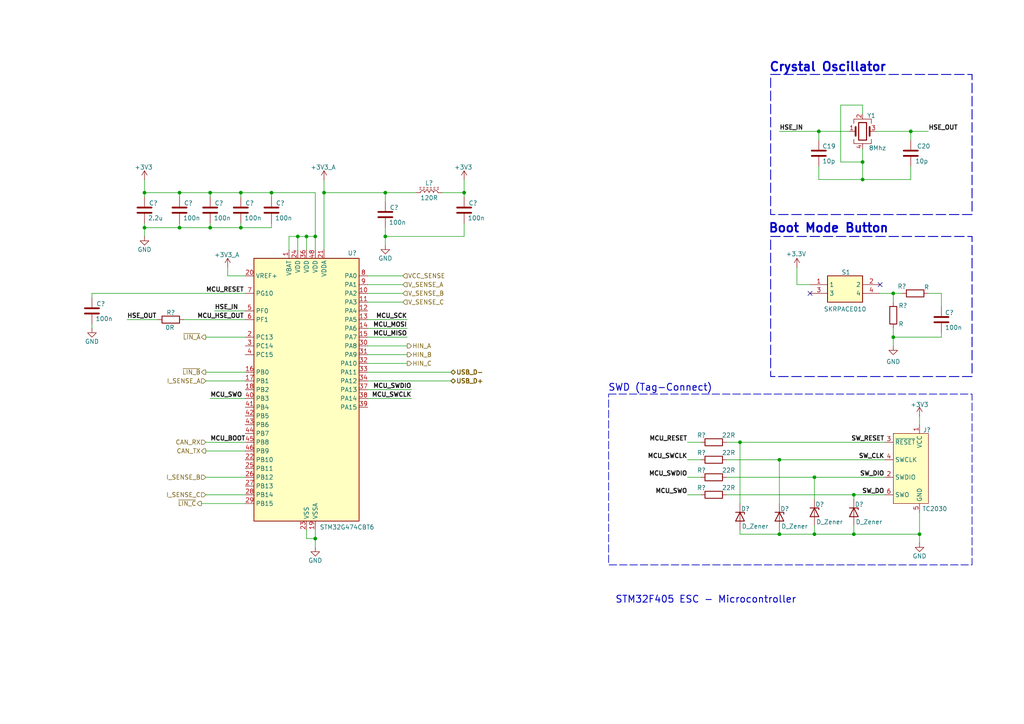
<source format=kicad_sch>
(kicad_sch (version 20250114) (generator "eeschema") (generator_version "9.0")
  (paper "A4")
  (title_block (title "STM32F405 ESC") (rev "0.0.1") (company "mangoByte"))
  (lib_symbols
    (symbol "Connector:Conn_ARM_SWD_TagConnect_TC2030-NL" (in_bom no)
      (property "Reference" "J?" (at -3.556 8.636 0))
      (property "Value" "TC2030-NL" (at -5.334 -10.922 0))
      (symbol "Conn_ARM_SWD_TagConnect_TC2030-NL_0_0"
        (pin power_in line (at -2.54 10.16 270) (length 2.54) (name "VCC") (number "1"))
        (pin power_in line (at -2.54 -15.24 90) (length 2.54) (name "GND") (number "5"))
        (pin open_collector line (at 7.62 5.08 180) (length 2.54) (name "~{RESET}") (number "3"))
        (pin output line (at 7.62 0 180) (length 2.54) (name "SWCLK") (number "4"))
        (pin bidirectional line (at 7.62 -5.08 180) (length 2.54) (name "SWDIO") (number "2"))
        (pin input line (at 7.62 -10.16 180) (length 2.54) (name "SWO") (number "6"))
      )
      (symbol "Conn_ARM_SWD_TagConnect_TC2030-NL_0_1"
        (rectangle (start -5.08 7.62) (end 5.08 -12.7) (fill (type background)))
      )
    )
    (symbol "Device:C" (pin_numbers (hide yes)) (pin_names (offset 0.254))
      (property "Reference" "C" (at 0.635 2.54 0))
      (property "Value" "C" (at 0.635 -2.54 0))
      (symbol "C_0_1"
        (polyline (pts (xy -2.032 0.762) (xy 2.032 0.762)) (stroke (width 0.508)))
        (polyline (pts (xy -2.032 -0.762) (xy 2.032 -0.762)) (stroke (width 0.508)))
      )
      (symbol "C_1_1"
        (pin passive line (at 0 3.81 270) (length 2.794) (name "~") (number "1"))
        (pin passive line (at 0 -3.81 90) (length 2.794) (name "~") (number "2"))
      )
    )
    (symbol "Device:Crystal_GND24" (pin_names (offset 1.016) (hide yes))
      (property "Reference" "Y" (at 3.175 5.08 0))
      (property "Value" "Crystal_GND24" (at 3.175 3.175 0))
      (symbol "Crystal_GND24_0_1"
        (polyline (pts (xy -2.54 2.286) (xy -2.54 3.556) (xy 2.54 3.556) (xy 2.54 2.286)))
        (polyline (pts (xy -2.54 0) (xy -2.032 0)))
        (polyline (pts (xy -2.54 -2.286) (xy -2.54 -3.556) (xy 2.54 -3.556) (xy 2.54 -2.286)))
        (polyline (pts (xy -2.032 -1.27) (xy -2.032 1.27)) (stroke (width 0.508)))
        (rectangle (start -1.143 2.54) (end 1.143 -2.54) (stroke (width 0.3048)))
        (polyline (pts (xy 0 3.556) (xy 0 3.81)))
        (polyline (pts (xy 0 -3.81) (xy 0 -3.556)))
        (polyline (pts (xy 2.032 0) (xy 2.54 0)))
        (polyline (pts (xy 2.032 -1.27) (xy 2.032 1.27)) (stroke (width 0.508)))
      )
      (symbol "Crystal_GND24_1_1"
        (pin passive line (at -3.81 0 0) (length 1.27) (name "1") (number "1"))
        (pin passive line (at 0 5.08 270) (length 1.27) (name "2") (number "2"))
        (pin passive line (at 0 -5.08 90) (length 1.27) (name "4") (number "4"))
        (pin passive line (at 3.81 0 180) (length 1.27) (name "3") (number "3"))
      )
    )
    (symbol "Device:D_Zener" (pin_numbers (hide yes)) (pin_names (offset 1.016) (hide yes))
      (property "Reference" "D" (at 0 2.54 0))
      (property "Value" "D_Zener" (at 0 -2.54 0))
      (symbol "D_Zener_0_1"
        (polyline (pts (xy -1.27 -1.27) (xy -1.27 1.27) (xy -0.762 1.27)) (stroke (width 0.254)))
        (polyline (pts (xy 1.27 0) (xy -1.27 0)))
        (polyline (pts (xy 1.27 -1.27) (xy 1.27 1.27) (xy -1.27 0) (xy 1.27 -1.27)) (stroke (width 0.254)))
      )
      (symbol "D_Zener_1_1"
        (pin passive line (at -3.81 0 0) (length 2.54) (name "K") (number "1"))
        (pin passive line (at 3.81 0 180) (length 2.54) (name "A") (number "2"))
      )
    )
    (symbol "Device:L_Ferrite" (pin_numbers (hide yes)) (pin_names (offset 1.016) (hide yes))
      (property "Reference" "L" (at -1.27 0 90))
      (property "Value" "L_Ferrite" (at 2.794 0 90))
      (symbol "L_Ferrite_0_1"
        (arc (start 0 2.54) (mid 0.6323 1.905) (end 0 1.27))
        (arc (start 0 1.27) (mid 0.6323 0.635) (end 0 0))
        (arc (start 0 0) (mid 0.6323 -0.635) (end 0 -1.27))
        (arc (start 0 -1.27) (mid 0.6323 -1.905) (end 0 -2.54))
        (polyline (pts (xy 1.016 2.286) (xy 1.016 2.794)))
        (polyline (pts (xy 1.016 1.27) (xy 1.016 1.778)))
        (polyline (pts (xy 1.016 0.254) (xy 1.016 0.762)))
        (polyline (pts (xy 1.016 -0.762) (xy 1.016 -0.254)))
        (polyline (pts (xy 1.016 -1.778) (xy 1.016 -1.27)))
        (polyline (pts (xy 1.016 -2.794) (xy 1.016 -2.286)))
        (polyline (pts (xy 1.524 2.794) (xy 1.524 2.286)))
        (polyline (pts (xy 1.524 1.778) (xy 1.524 1.27)))
        (polyline (pts (xy 1.524 0.762) (xy 1.524 0.254)))
        (polyline (pts (xy 1.524 -0.254) (xy 1.524 -0.762)))
        (polyline (pts (xy 1.524 -1.27) (xy 1.524 -1.778)))
        (polyline (pts (xy 1.524 -2.286) (xy 1.524 -2.794)))
      )
      (symbol "L_Ferrite_1_1"
        (pin passive line (at 0 3.81 270) (length 1.27) (name "1") (number "1"))
        (pin passive line (at 0 -3.81 90) (length 1.27) (name "2") (number "2"))
      )
    )
    (symbol "Device:R" (pin_numbers (hide yes)) (pin_names (offset 0))
      (property "Reference" "R" (at 2.032 0 90))
      (property "Value" "R" (at 0 0 90))
      (symbol "R_0_1"
        (rectangle (start -1.016 -2.54) (end 1.016 2.54) (stroke (width 0.254)))
      )
      (symbol "R_1_1"
        (pin passive line (at 0 3.81 270) (length 1.27) (name "~") (number "1"))
        (pin passive line (at 0 -3.81 90) (length 1.27) (name "~") (number "2"))
      )
    )
    (symbol "MCU_ST_STM32G4:STM32G474CBTx"
      (property "Reference" "U" (at -15.24 39.37 0))
      (property "Value" "STM32G474CBTx" (at 7.62 39.37 0))
      (symbol "STM32G474CBTx_0_1"
        (rectangle (start -15.24 -38.1) (end 15.24 38.1) (stroke (width 0.254)) (fill (type background)))
      )
      (symbol "STM32G474CBTx_1_1"
        (pin input line (at -17.78 33.02 0) (length 2.54) (name "VREF+") (number "20"))
        (pin bidirectional line (at -17.78 27.94 0) (length 2.54) (name "PG10") (number "7"))
        (pin bidirectional line (at -17.78 22.86 0) (length 2.54) (name "PF0") (number "5"))
        (pin bidirectional line (at -17.78 20.32 0) (length 2.54) (name "PF1") (number "6"))
        (pin bidirectional line (at -17.78 15.24 0) (length 2.54) (name "PC13") (number "2"))
        (pin bidirectional line (at -17.78 12.7 0) (length 2.54) (name "PC14") (number "3"))
        (pin bidirectional line (at -17.78 10.16 0) (length 2.54) (name "PC15") (number "4"))
        (pin bidirectional line (at -17.78 5.08 0) (length 2.54) (name "PB0") (number "16"))
        (pin bidirectional line (at -17.78 2.54 0) (length 2.54) (name "PB1") (number "17"))
        (pin bidirectional line (at -17.78 0 0) (length 2.54) (name "PB2") (number "18"))
        (pin bidirectional line (at -17.78 -2.54 0) (length 2.54) (name "PB3") (number "40"))
        (pin bidirectional line (at -17.78 -5.08 0) (length 2.54) (name "PB4") (number "41"))
        (pin bidirectional line (at -17.78 -7.62 0) (length 2.54) (name "PB5") (number "42"))
        (pin bidirectional line (at -17.78 -10.16 0) (length 2.54) (name "PB6") (number "43"))
        (pin bidirectional line (at -17.78 -12.7 0) (length 2.54) (name "PB7") (number "44"))
        (pin bidirectional line (at -17.78 -15.24 0) (length 2.54) (name "PB8") (number "45"))
        (pin bidirectional line (at -17.78 -17.78 0) (length 2.54) (name "PB9") (number "46"))
        (pin bidirectional line (at -17.78 -20.32 0) (length 2.54) (name "PB10") (number "22"))
        (pin bidirectional line (at -17.78 -22.86 0) (length 2.54) (name "PB11") (number "25"))
        (pin bidirectional line (at -17.78 -25.4 0) (length 2.54) (name "PB12") (number "26"))
        (pin bidirectional line (at -17.78 -27.94 0) (length 2.54) (name "PB13") (number "27"))
        (pin bidirectional line (at -17.78 -30.48 0) (length 2.54) (name "PB14") (number "28"))
        (pin bidirectional line (at -17.78 -33.02 0) (length 2.54) (name "PB15") (number "29"))
        (pin power_in line (at -5.08 40.64 270) (length 2.54) (name "VBAT") (number "1"))
        (pin power_in line (at -2.54 40.64 270) (length 2.54) (name "VDD") (number "24"))
        (pin power_in line (at 0 40.64 270) (length 2.54) (name "VDD") (number "36"))
        (pin power_in line (at 0 -40.64 90) (length 2.54) (name "VSS") (number "23"))
        (pin passive line (at 0 -40.64 90) (length 2.54) (hide yes) (name "VSS") (number "35"))
        (pin passive line (at 0 -40.64 90) (length 2.54) (hide yes) (name "VSS") (number "47"))
        (pin power_in line (at 2.54 40.64 270) (length 2.54) (name "VDD") (number "48"))
        (pin power_in line (at 2.54 -40.64 90) (length 2.54) (name "VSSA") (number "19"))
        (pin power_in line (at 5.08 40.64 270) (length 2.54) (name "VDDA") (number "21"))
        (pin bidirectional line (at 17.78 33.02 180) (length 2.54) (name "PA0") (number "8"))
        (pin bidirectional line (at 17.78 30.48 180) (length 2.54) (name "PA1") (number "9"))
        (pin bidirectional line (at 17.78 27.94 180) (length 2.54) (name "PA2") (number "10"))
        (pin bidirectional line (at 17.78 25.4 180) (length 2.54) (name "PA3") (number "11"))
        (pin bidirectional line (at 17.78 22.86 180) (length 2.54) (name "PA4") (number "12"))
        (pin bidirectional line (at 17.78 20.32 180) (length 2.54) (name "PA5") (number "13"))
        (pin bidirectional line (at 17.78 17.78 180) (length 2.54) (name "PA6") (number "14"))
        (pin bidirectional line (at 17.78 15.24 180) (length 2.54) (name "PA7") (number "15"))
        (pin bidirectional line (at 17.78 12.7 180) (length 2.54) (name "PA8") (number "30"))
        (pin bidirectional line (at 17.78 10.16 180) (length 2.54) (name "PA9") (number "31"))
        (pin bidirectional line (at 17.78 7.62 180) (length 2.54) (name "PA10") (number "32"))
        (pin bidirectional line (at 17.78 5.08 180) (length 2.54) (name "PA11") (number "33"))
        (pin bidirectional line (at 17.78 2.54 180) (length 2.54) (name "PA12") (number "34"))
        (pin bidirectional line (at 17.78 0 180) (length 2.54) (name "PA13") (number "37"))
        (pin bidirectional line (at 17.78 -2.54 180) (length 2.54) (name "PA14") (number "38"))
        (pin bidirectional line (at 17.78 -5.08 180) (length 2.54) (name "PA15") (number "39"))
      )
    )
    (symbol "No silk screen devices:R" (pin_numbers (hide yes)) (pin_names (offset 0))
      (property "Reference" "R" (at 2.032 0 90))
      (property "Value" "R" (at 0 0 90))
      (symbol "R_0_1"
        (rectangle (start -1.016 -2.54) (end 1.016 2.54) (stroke (width 0.254)))
      )
      (symbol "R_1_1"
        (pin passive line (at 0 3.81 270) (length 1.27) (name "~") (number "1"))
        (pin passive line (at 0 -3.81 90) (length 1.27) (name "~") (number "2"))
      )
    )
    (symbol "SKRPARE010:SKRPARE010"
      (property "Reference" "S" (at 16.51 7.62 0))
      (property "Value" "SKRPARE010" (at 16.51 5.08 0))
      (symbol "SKRPARE010_1_1"
        (rectangle (start 5.08 2.54) (end 15.24 -5.08) (stroke (width 0.254)) (fill (type background)))
        (pin passive line (at 0 0 0) (length 5.08) (name "1") (number "1"))
        (pin passive line (at 0 -2.54 0) (length 5.08) (name "3") (number "3"))
        (pin passive line (at 20.32 0 180) (length 5.08) (name "2") (number "2"))
        (pin passive line (at 20.32 -2.54 180) (length 5.08) (name "4") (number "4"))
      )
    )
    (symbol "power:+3.3V" (power) (pin_numbers (hide yes)) (pin_names (offset 0) (hide yes))
      (property "Value" "+3.3V" (at 0 3.556 0))
      (symbol "+3.3V_0_1"
        (polyline (pts (xy -0.762 1.27) (xy 0 2.54)))
        (polyline (pts (xy 0 2.54) (xy 0.762 1.27)))
        (polyline (pts (xy 0 0) (xy 0 2.54)))
      )
      (symbol "+3.3V_1_1"
        (pin power_in line (at 0 0 90) (length 0) (name "~") (number "1"))
      )
    )
    (symbol "power:+3V3" (power) (pin_numbers (hide yes)) (pin_names (offset 0) (hide yes))
      (property "Value" "+3V3" (at 0 3.556 0))
      (symbol "+3V3_0_1"
        (polyline (pts (xy -0.762 1.27) (xy 0 2.54)))
        (polyline (pts (xy 0 2.54) (xy 0.762 1.27)))
        (polyline (pts (xy 0 0) (xy 0 2.54)))
      )
      (symbol "+3V3_1_1"
        (pin power_in line (at 0 0 90) (length 0) (name "~") (number "1"))
      )
    )
    (symbol "power:GND" (power) (pin_numbers (hide yes)) (pin_names (offset 0) (hide yes))
      (property "Value" "GND" (at 0 -3.81 0))
      (symbol "GND_0_1"
        (polyline (pts (xy 0 0) (xy 0 -1.27) (xy 1.27 -1.27) (xy 0 -2.54) (xy -1.27 -1.27) (xy 0 -1.27)))
      )
      (symbol "GND_1_1"
        (pin power_in line (at 0 0 270) (length 0) (name "~") (number "1"))
      )
    )
  )
  (rectangle (start 176.53 114.3) (end 281.94 163.83) (stroke (width 0.2) (type dash)))
  (rectangle (start 223.52 21.59) (end 281.94 62.23) (stroke (width 0.254) (type dash)))
  (rectangle (start 223.52 68.58) (end 281.94 109.22) (stroke (width 0.254) (type dash)))
  (text "STM32F405 ESC - Microcontroller" (at 204.724 173.99 0) (effects (font (size 2 2) (thickness 0.254) (bold yes))))
  (text "Crystal Oscillator" (at 223.012 19.558 0) (effects (font (size 2.54 2.54) (thickness 0.508) (bold yes)) (justify left)))
  (text "Boot Mode Button" (at 222.758 66.294 0) (effects (font (size 2.54 2.54) (thickness 0.508) (bold yes)) (justify left)))
  (text "SWD (Tag-Connect)" (at 191.516 112.522 0) (effects (font (size 2 2) (thickness 0.254) (bold yes))))
  (junction (at 88.9 68.58))
  (junction (at 237.49 38.1))
  (junction (at 259.08 97.79))
  (junction (at 264.16 38.1))
  (junction (at 41.91 66.04))
  (junction (at 134.62 55.88))
  (junction (at 236.22 154.94))
  (junction (at 236.22 138.43))
  (junction (at 69.85 55.88))
  (junction (at 60.96 55.88))
  (junction (at 250.19 46.99))
  (junction (at 86.36 68.58))
  (junction (at 226.06 154.94))
  (junction (at 93.98 55.88))
  (junction (at 78.74 55.88))
  (junction (at 247.65 154.94))
  (junction (at 226.06 133.35))
  (junction (at 91.44 156.21))
  (junction (at 250.19 52.07))
  (junction (at 259.08 85.09))
  (junction (at 69.85 66.04))
  (junction (at 266.7 154.94))
  (junction (at 52.07 66.04))
  (junction (at 41.91 55.88))
  (junction (at 52.07 55.88))
  (junction (at 214.63 128.27))
  (junction (at 111.76 55.88))
  (junction (at 111.76 68.58))
  (junction (at 247.65 143.51))
  (junction (at 91.44 68.58))
  (junction (at 60.96 66.04))
  (no_connect (at 255.27 82.55))
  (no_connect (at 234.95 85.09))
  (wire (pts (xy 60.96 57.15) (xy 60.96 55.88)))
  (wire (pts (xy 264.16 38.1) (xy 264.16 40.64)))
  (wire (pts (xy 266.7 120.65) (xy 266.7 123.19)))
  (wire (pts (xy 259.08 97.79) (xy 259.08 100.33)))
  (wire (pts (xy 210.82 138.43) (xy 236.22 138.43)))
  (wire (pts (xy 199.39 133.35) (xy 203.2 133.35)))
  (wire (pts (xy 250.19 30.48) (xy 243.84 30.48)))
  (wire (pts (xy 88.9 68.58) (xy 88.9 72.39)))
  (wire (pts (xy 273.05 96.52) (xy 273.05 97.79)))
  (wire (pts (xy 78.74 64.77) (xy 78.74 66.04)))
  (wire (pts (xy 93.98 52.07) (xy 93.98 55.88)))
  (wire (pts (xy 236.22 144.78) (xy 236.22 138.43)))
  (wire (pts (xy 226.06 146.05) (xy 226.06 133.35)))
  (wire (pts (xy 69.85 57.15) (xy 69.85 55.88)))
  (wire (pts (xy 106.68 107.95) (xy 130.81 107.95)))
  (wire (pts (xy 214.63 128.27) (xy 256.54 128.27)))
  (wire (pts (xy 273.05 97.79) (xy 259.08 97.79)))
  (wire (pts (xy 236.22 154.94) (xy 247.65 154.94)))
  (wire (pts (xy 273.05 85.09) (xy 269.24 85.09)))
  (wire (pts (xy 106.68 100.33) (xy 118.11 100.33)))
  (wire (pts (xy 106.68 80.01) (xy 116.84 80.01)))
  (wire (pts (xy 243.84 30.48) (xy 243.84 46.99)))
  (wire (pts (xy 247.65 152.4) (xy 247.65 154.94)))
  (wire (pts (xy 106.68 105.41) (xy 118.11 105.41)))
  (wire (pts (xy 62.23 90.17) (xy 71.12 90.17)))
  (wire (pts (xy 52.07 57.15) (xy 52.07 55.88)))
  (wire (pts (xy 134.62 68.58) (xy 111.76 68.58)))
  (wire (pts (xy 78.74 55.88) (xy 91.44 55.88)))
  (wire (pts (xy 236.22 152.4) (xy 236.22 154.94)))
  (wire (pts (xy 52.07 55.88) (xy 60.96 55.88)))
  (wire (pts (xy 106.68 87.63) (xy 116.84 87.63)))
  (wire (pts (xy 111.76 55.88) (xy 111.76 58.42)))
  (wire (pts (xy 250.19 46.99) (xy 250.19 43.18)))
  (wire (pts (xy 106.68 97.79) (xy 118.11 97.79)))
  (wire (pts (xy 91.44 153.67) (xy 91.44 156.21)))
  (wire (pts (xy 254 38.1) (xy 264.16 38.1)))
  (wire (pts (xy 59.69 97.79) (xy 71.12 97.79)))
  (wire (pts (xy 91.44 72.39) (xy 91.44 68.58)))
  (wire (pts (xy 78.74 66.04) (xy 69.85 66.04)))
  (wire (pts (xy 237.49 52.07) (xy 250.19 52.07)))
  (wire (pts (xy 91.44 68.58) (xy 91.44 55.88)))
  (wire (pts (xy 41.91 55.88) (xy 52.07 55.88)))
  (wire (pts (xy 59.69 110.49) (xy 71.12 110.49)))
  (wire (pts (xy 119.38 113.03) (xy 106.68 113.03)))
  (wire (pts (xy 255.27 85.09) (xy 259.08 85.09)))
  (wire (pts (xy 41.91 66.04) (xy 52.07 66.04)))
  (wire (pts (xy 226.06 154.94) (xy 236.22 154.94)))
  (wire (pts (xy 60.96 115.57) (xy 71.12 115.57)))
  (wire (pts (xy 247.65 143.51) (xy 256.54 143.51)))
  (wire (pts (xy 88.9 153.67) (xy 88.9 156.21)))
  (wire (pts (xy 60.96 66.04) (xy 52.07 66.04)))
  (wire (pts (xy 66.04 77.47) (xy 66.04 80.01)))
  (wire (pts (xy 199.39 143.51) (xy 203.2 143.51)))
  (wire (pts (xy 41.91 64.77) (xy 41.91 66.04)))
  (wire (pts (xy 246.38 38.1) (xy 237.49 38.1)))
  (wire (pts (xy 78.74 57.15) (xy 78.74 55.88)))
  (wire (pts (xy 53.34 92.71) (xy 71.12 92.71)))
  (wire (pts (xy 226.06 153.67) (xy 226.06 154.94)))
  (wire (pts (xy 210.82 133.35) (xy 226.06 133.35)))
  (wire (pts (xy 88.9 68.58) (xy 86.36 68.58)))
  (wire (pts (xy 60.96 64.77) (xy 60.96 66.04)))
  (wire (pts (xy 243.84 46.99) (xy 250.19 46.99)))
  (wire (pts (xy 86.36 68.58) (xy 86.36 72.39)))
  (wire (pts (xy 134.62 52.07) (xy 134.62 55.88)))
  (wire (pts (xy 111.76 71.12) (xy 111.76 68.58)))
  (wire (pts (xy 199.39 138.43) (xy 203.2 138.43)))
  (wire (pts (xy 26.67 86.36) (xy 26.67 85.09)))
  (wire (pts (xy 69.85 64.77) (xy 69.85 66.04)))
  (wire (pts (xy 226.06 133.35) (xy 256.54 133.35)))
  (wire (pts (xy 88.9 156.21) (xy 91.44 156.21)))
  (wire (pts (xy 111.76 68.58) (xy 111.76 66.04)))
  (wire (pts (xy 214.63 153.67) (xy 214.63 154.94)))
  (wire (pts (xy 214.63 154.94) (xy 226.06 154.94)))
  (wire (pts (xy 106.68 110.49) (xy 130.81 110.49)))
  (wire (pts (xy 236.22 138.43) (xy 256.54 138.43)))
  (wire (pts (xy 259.08 85.09) (xy 261.62 85.09)))
  (wire (pts (xy 250.19 33.02) (xy 250.19 30.48)))
  (wire (pts (xy 106.68 92.71) (xy 118.11 92.71)))
  (wire (pts (xy 226.06 38.1) (xy 237.49 38.1)))
  (wire (pts (xy 266.7 148.59) (xy 266.7 154.94)))
  (wire (pts (xy 210.82 143.51) (xy 247.65 143.51)))
  (wire (pts (xy 210.82 128.27) (xy 214.63 128.27)))
  (wire (pts (xy 106.68 102.87) (xy 118.11 102.87)))
  (wire (pts (xy 259.08 85.09) (xy 259.08 87.63)))
  (wire (pts (xy 128.27 55.88) (xy 134.62 55.88)))
  (wire (pts (xy 199.39 128.27) (xy 203.2 128.27)))
  (wire (pts (xy 69.85 66.04) (xy 60.96 66.04)))
  (wire (pts (xy 106.68 115.57) (xy 119.38 115.57)))
  (wire (pts (xy 134.62 64.77) (xy 134.62 68.58)))
  (wire (pts (xy 41.91 66.04) (xy 41.91 68.58)))
  (wire (pts (xy 259.08 95.25) (xy 259.08 97.79)))
  (wire (pts (xy 91.44 68.58) (xy 88.9 68.58)))
  (wire (pts (xy 86.36 68.58) (xy 83.82 68.58)))
  (wire (pts (xy 26.67 85.09) (xy 71.12 85.09)))
  (wire (pts (xy 93.98 55.88) (xy 93.98 72.39)))
  (wire (pts (xy 59.69 130.81) (xy 71.12 130.81)))
  (wire (pts (xy 214.63 128.27) (xy 214.63 146.05)))
  (wire (pts (xy 69.85 55.88) (xy 78.74 55.88)))
  (wire (pts (xy 266.7 154.94) (xy 266.7 157.48)))
  (wire (pts (xy 273.05 85.09) (xy 273.05 88.9)))
  (wire (pts (xy 247.65 154.94) (xy 266.7 154.94)))
  (wire (pts (xy 264.16 38.1) (xy 269.24 38.1)))
  (wire (pts (xy 58.42 146.05) (xy 71.12 146.05)))
  (wire (pts (xy 106.68 82.55) (xy 116.84 82.55)))
  (wire (pts (xy 237.49 38.1) (xy 237.49 40.64)))
  (wire (pts (xy 36.83 92.71) (xy 45.72 92.71)))
  (wire (pts (xy 59.69 143.51) (xy 71.12 143.51)))
  (wire (pts (xy 93.98 55.88) (xy 111.76 55.88)))
  (wire (pts (xy 106.68 85.09) (xy 116.84 85.09)))
  (wire (pts (xy 111.76 55.88) (xy 120.65 55.88)))
  (wire (pts (xy 231.14 82.55) (xy 234.95 82.55)))
  (wire (pts (xy 250.19 52.07) (xy 250.19 46.99)))
  (wire (pts (xy 237.49 48.26) (xy 237.49 52.07)))
  (wire (pts (xy 83.82 68.58) (xy 83.82 72.39)))
  (wire (pts (xy 91.44 156.21) (xy 91.44 158.75)))
  (wire (pts (xy 264.16 52.07) (xy 250.19 52.07)))
  (wire (pts (xy 41.91 52.07) (xy 41.91 55.88)))
  (wire (pts (xy 231.14 77.47) (xy 231.14 82.55)))
  (wire (pts (xy 60.96 55.88) (xy 69.85 55.88)))
  (wire (pts (xy 134.62 57.15) (xy 134.62 55.88)))
  (wire (pts (xy 247.65 143.51) (xy 247.65 144.78)))
  (wire (pts (xy 59.69 128.27) (xy 71.12 128.27)))
  (wire (pts (xy 52.07 64.77) (xy 52.07 66.04)))
  (wire (pts (xy 264.16 48.26) (xy 264.16 52.07)))
  (wire (pts (xy 106.68 95.25) (xy 118.11 95.25)))
  (wire (pts (xy 41.91 55.88) (xy 41.91 57.15)))
  (wire (pts (xy 59.69 138.43) (xy 71.12 138.43)))
  (wire (pts (xy 59.69 107.95) (xy 71.12 107.95)))
  (wire (pts (xy 66.04 80.01) (xy 71.12 80.01)))
  (wire (pts (xy 26.67 93.98) (xy 26.67 95.25)))
  (label "HSE_OUT" (at 269.24 38.1 0) (effects (font (thickness 0.254) (bold yes))))
  (label "HSE_IN" (at 226.06 38.1 0) (effects (font (thickness 0.254) (bold yes))))
  (label "MCU_SWO" (at 60.96 115.57 0) (effects (font (thickness 0.254) (bold yes))))
  (label "SW_DIO" (at 256.54 138.43 180) (effects (font (thickness 0.254) (bold yes))))
  (label "MCU_SWO" (at 199.39 143.51 180) (effects (font (thickness 0.254) (bold yes))))
  (label "MCU_SWDIO" (at 119.38 113.03 180) (effects (font (thickness 0.254) (bold yes))))
  (label "MCU_HSE_OUT" (at 57.15 92.71 0) (effects (font (thickness 0.254) (bold yes))))
  (label "MCU_MISO" (at 118.11 97.79 180) (effects (font (thickness 0.254) (bold yes))))
  (label "SW_DO" (at 256.54 143.51 180) (effects (font (thickness 0.254) (bold yes))))
  (label "MCU_SWCLK" (at 199.39 133.35 180) (effects (font (thickness 0.254) (bold yes))))
  (label "HSE_OUT" (at 36.83 92.71 0) (effects (font (thickness 0.254) (bold yes))))
  (label "MCU_RESET" (at 59.69 85.09 0) (effects (font (thickness 0.254) (bold yes))))
  (label "MCU_MOSI" (at 118.11 95.25 180) (effects (font (thickness 0.254) (bold yes))))
  (label "MCU_SCK" (at 118.11 92.71 180) (effects (font (thickness 0.254) (bold yes))))
  (label "MCU_BOOT" (at 60.96 128.27 0) (effects (font (thickness 0.254) (bold yes))))
  (label "MCU_SWCLK" (at 119.38 115.57 180) (effects (font (thickness 0.254) (bold yes))))
  (label "MCU_SWDIO" (at 199.39 138.43 180) (effects (font (thickness 0.254) (bold yes))))
  (label "SW_RESET" (at 256.54 128.27 180) (effects (font (thickness 0.254) (bold yes))))
  (label "SW_CLK" (at 256.54 133.35 180) (effects (font (thickness 0.254) (bold yes))))
  (label "HSE_IN" (at 62.23 90.17 0) (effects (font (thickness 0.254) (bold yes))))
  (label "MCU_RESET" (at 199.39 128.27 180) (effects (font (thickness 0.254) (bold yes))))
  (hierarchical_label "USB_D-" (shape bidirectional) (at 130.81 107.95 0) (effects (font (thickness 0.254) (bold yes))))
  (hierarchical_label "CAN_RX" (shape input) (at 59.69 128.27 180))
  (hierarchical_label "I_SENSE_C" (shape input) (at 59.69 143.51 180))
  (hierarchical_label "USB_D+" (shape bidirectional) (at 130.81 110.49 0) (effects (font (thickness 0.254) (bold yes))))
  (hierarchical_label "~{LIN_B}" (shape output) (at 59.69 107.95 180))
  (hierarchical_label "I_SENSE_B" (shape input) (at 59.69 138.43 180))
  (hierarchical_label "HIN_C" (shape output) (at 118.11 105.41 0))
  (hierarchical_label "V_SENSE_B" (shape input) (at 116.84 85.09 0))
  (hierarchical_label "HIN_B" (shape output) (at 118.11 102.87 0))
  (hierarchical_label "HIN_A" (shape output) (at 118.11 100.33 0))
  (hierarchical_label "CAN_TX" (shape output) (at 59.69 130.81 180))
  (hierarchical_label "V_SENSE_A" (shape input) (at 116.84 82.55 0))
  (hierarchical_label "V_SENSE_C" (shape input) (at 116.84 87.63 0))
  (hierarchical_label "VCC_SENSE" (shape input) (at 116.84 80.01 0))
  (hierarchical_label "I_SENSE_A" (shape input) (at 59.69 110.49 180))
  (hierarchical_label "~{LIN_C}" (shape output) (at 58.42 146.05 180))
  (hierarchical_label "~{LIN_A}" (shape output) (at 59.69 97.79 180))
  (symbol (lib_id "Device:C") (at 273.05 92.71 0) (unit 1)
    (property "Reference" "C?" (at 274.066 90.678 0) (effects (justify left)))
    (property "Value" "100n" (at 274.066 94.996 0) (effects (justify left)))
    (property "Footprint" "No Silkscreen:C_0402_1005Metric" (effects (hide yes)))
    (property "Description" "Unpolarized capacitor" (effects (hide yes)))
  )
  (symbol (lib_id "power:+3.3V") (at 231.14 77.47 0) (unit 1)
    (property "Reference" "#PWR039" (effects (hide yes)))
    (property "Value" "+3.3V" (at 230.886 73.66 0))
    (property "Description" "Power symbol creates a global label with name \"+3.3V\"" (effects (hide yes)))
  )
  (symbol (lib_id "Device:C") (at 78.74 60.96 0) (unit 1)
    (property "Reference" "C?" (at 80.01 58.928 0) (effects (justify left)))
    (property "Value" "100n" (at 79.756 63.246 0) (effects (justify left)))
    (property "Footprint" "No Silkscreen:C_0402_1005Metric" (effects (hide yes)))
    (property "Description" "Unpolarized capacitor" (effects (hide yes)))
  )
  (symbol (lib_id "Device:C") (at 237.49 44.45 0) (unit 1)
    (property "Reference" "C19" (at 238.506 42.418 0) (effects (justify left)))
    (property "Value" "10p" (at 238.506 46.736 0) (effects (justify left)))
    (property "Footprint" "No Silkscreen:C_0402_1005Metric" (effects (hide yes)))
    (property "Description" "Unpolarized capacitor" (effects (hide yes)))
  )
  (symbol (lib_id "power:GND") (at 91.44 158.75 0) (unit 1)
    (property "Reference" "#PWR032" (effects (hide yes)))
    (property "Value" "GND" (at 91.44 162.56 0))
    (property "Description" "Power symbol creates a global label with name \"GND\" , ground" (effects (hide yes)))
  )
  (symbol (lib_id "Device:C") (at 69.85 60.96 0) (unit 1)
    (property "Reference" "C?" (at 71.12 58.928 0) (effects (justify left)))
    (property "Value" "100n" (at 70.866 63.246 0) (effects (justify left)))
    (property "Footprint" "No Silkscreen:C_0402_1005Metric" (effects (hide yes)))
    (property "Description" "Unpolarized capacitor" (effects (hide yes)))
  )
  (symbol (lib_id "Device:C") (at 41.91 60.96 0) (unit 1)
    (property "Reference" "C?" (at 43.18 58.928 0) (effects (justify left)))
    (property "Value" "2.2u" (at 42.926 63.246 0) (effects (justify left)))
    (property "Footprint" "No Silkscreen:C_0402_1005Metric" (effects (hide yes)))
    (property "Description" "Unpolarized capacitor" (effects (hide yes)))
  )
  (symbol (lib_id "Device:L_Ferrite") (at 124.46 55.88 90) (unit 1)
    (property "Reference" "L?" (at 124.46 53.086 90))
    (property "Value" "120R" (at 124.46 57.404 90))
    (property "Description" "Inductor with ferrite core" (effects (hide yes)))
  )
  (symbol (lib_id "Device:C") (at 26.67 90.17 0) (unit 1)
    (property "Reference" "C?" (at 27.94 88.138 0) (effects (justify left)))
    (property "Value" "100n" (at 27.686 92.456 0) (effects (justify left)))
    (property "Footprint" "No Silkscreen:C_0402_1005Metric" (effects (hide yes)))
    (property "Description" "Unpolarized capacitor" (effects (hide yes)))
  )
  (symbol (lib_id "SKRPARE010:SKRPARE010") (at 234.95 82.55 0) (unit 1)
    (property "Reference" "S1" (at 245.364 78.994 0))
    (property "Value" "SKRPACE010" (at 245.11 89.662 0))
    (property "Footprint" "SKRPARE010:SKRPARE010" (effects (hide yes)))
    (property "Datasheet" "https://tech.alpsalpine.com/e/products/detail/SKRPARE010/" (effects (hide yes)))
    (property "Description" "Tactile Switches F=5N ,100M min. 100V DC for 1 min. 250V AC for 1 min. 50mA 16V DC , -40 to +90" (effects (hide yes)))
    (property "Height" "2.5" (effects (hide yes)))
    (property "Mouser Part Number" "688-SKRPARE010" (effects (hide yes)))
    (property "Mouser Price/Stock" "https://www.mouser.co.uk/ProductDetail/Alps-Alpine/SKRPARE010?qs=w%2Fv1CP2dgqqtJ13ywv6BaA%3D%3D" (effects (hide yes)))
    (property "Manufacturer_Name" "ALPS Electric" (effects (hide yes)))
    (property "Manufacturer_Part_Number" "SKRPARE010" (effects (hide yes)))
  )
  (symbol (lib_id "No silk screen devices:R") (at 207.01 143.51 270) (unit 1)
    (property "Reference" "R?" (at 203.454 141.478 90))
    (property "Value" "22R" (at 211.328 141.478 90))
    (property "Footprint" "No Silkscreen:R_0402_1005Metric" (effects (hide yes)))
    (property "Description" "Resistor" (effects (hide yes)))
  )
  (symbol (lib_id "Device:Crystal_GND24") (at 250.19 38.1 0) (unit 1)
    (property "Reference" "Y1" (at 252.73 33.528 0))
    (property "Value" "8Mhz" (at 254.508 42.926 0))
    (property "Footprint" "No Silkscreen:Crystal_SMD_3225-4Pin_3.2x2.5mm" (effects (hide yes)))
    (property "Description" "Four pin crystal, GND on pins 2 and 4" (effects (hide yes)))
  )
  (symbol (lib_id "power:+3V3") (at 66.04 77.47 0) (unit 1)
    (property "Reference" "#PWR038" (effects (hide yes)))
    (property "Value" "+3V3_A" (at 65.786 73.914 0))
    (property "Description" "Power symbol creates a global label with name \"+3V3\"" (effects (hide yes)))
  )
  (symbol (lib_id "Device:C") (at 111.76 62.23 0) (unit 1)
    (property "Reference" "C?" (at 113.03 60.198 0) (effects (justify left)))
    (property "Value" "100n" (at 112.776 64.516 0) (effects (justify left)))
    (property "Footprint" "No Silkscreen:C_0402_1005Metric" (effects (hide yes)))
    (property "Description" "Unpolarized capacitor" (effects (hide yes)))
  )
  (symbol (lib_id "power:+3V3") (at 41.91 52.07 0) (unit 1)
    (property "Reference" "#PWR034" (effects (hide yes)))
    (property "Value" "+3V3" (at 41.656 48.514 0))
    (property "Description" "Power symbol creates a global label with name \"+3V3\"" (effects (hide yes)))
  )
  (symbol (lib_id "power:+3V3") (at 93.98 52.07 0) (unit 1)
    (property "Reference" "#PWR037" (effects (hide yes)))
    (property "Value" "+3V3_A" (at 93.726 48.514 0))
    (property "Description" "Power symbol creates a global label with name \"+3V3\"" (effects (hide yes)))
  )
  (symbol (lib_id "power:+3V3") (at 266.7 120.65 0) (unit 1)
    (property "Reference" "#PWR031" (effects (hide yes)))
    (property "Value" "+3V3" (at 266.7 117.348 0))
    (property "Description" "Power symbol creates a global label with name \"+3V3\"" (effects (hide yes)))
  )
  (symbol (lib_id "Device:D_Zener") (at 236.22 148.59 270) (unit 1)
    (property "Reference" "D?" (at 236.474 146.304 90) (effects (justify left)))
    (property "Value" "D_Zener" (at 236.728 151.384 90) (effects (justify left)))
    (property "Description" "Zener diode" (effects (hide yes)))
  )
  (symbol (lib_id "Device:C") (at 52.07 60.96 0) (unit 1)
    (property "Reference" "C?" (at 53.34 58.928 0) (effects (justify left)))
    (property "Value" "100n" (at 53.086 63.246 0) (effects (justify left)))
    (property "Footprint" "No Silkscreen:C_0402_1005Metric" (effects (hide yes)))
    (property "Description" "Unpolarized capacitor" (effects (hide yes)))
  )
  (symbol (lib_id "Device:R") (at 259.08 91.44 0) (unit 1)
    (property "Reference" "R?" (at 260.604 88.646 0) (effects (justify left)))
    (property "Value" "R" (at 260.604 93.98 0) (effects (justify left)))
    (property "Footprint" "No Silkscreen:R_0402_1005Metric" (effects (hide yes)))
    (property "Description" "Resistor" (effects (hide yes)))
  )
  (symbol (lib_id "Device:C") (at 134.62 60.96 0) (unit 1)
    (property "Reference" "C?" (at 135.89 58.928 0) (effects (justify left)))
    (property "Value" "100n" (at 135.636 63.246 0) (effects (justify left)))
    (property "Footprint" "No Silkscreen:C_0402_1005Metric" (effects (hide yes)))
    (property "Description" "Unpolarized capacitor" (effects (hide yes)))
  )
  (symbol (lib_id "No silk screen devices:R") (at 49.53 92.71 90) (unit 1)
    (property "Reference" "R?" (at 49.53 90.678 90))
    (property "Value" "0R" (at 49.276 94.996 90))
    (property "Description" "Resistor" (effects (hide yes)))
  )
  (symbol (lib_id "Device:D_Zener") (at 247.65 148.59 270) (unit 1)
    (property "Reference" "D?" (at 247.904 146.304 90) (effects (justify left)))
    (property "Value" "D_Zener" (at 248.158 151.384 90) (effects (justify left)))
    (property "Description" "Zener diode" (effects (hide yes)))
  )
  (symbol (lib_id "Device:C") (at 60.96 60.96 0) (unit 1)
    (property "Reference" "C?" (at 62.23 58.928 0) (effects (justify left)))
    (property "Value" "100n" (at 61.976 63.246 0) (effects (justify left)))
    (property "Footprint" "No Silkscreen:C_0402_1005Metric" (effects (hide yes)))
    (property "Description" "Unpolarized capacitor" (effects (hide yes)))
  )
  (symbol (lib_id "Device:R") (at 265.43 85.09 90) (unit 1)
    (property "Reference" "R?" (at 262.89 83.058 90) (effects (justify left)))
    (property "Value" "R" (at 269.494 83.312 90) (effects (justify left)))
    (property "Footprint" "No Silkscreen:R_0402_1005Metric" (effects (hide yes)))
    (property "Description" "Resistor" (effects (hide yes)))
  )
  (symbol (lib_id "Device:D_Zener") (at 214.63 149.86 270) (unit 1)
    (property "Reference" "D?" (at 214.884 147.574 90) (effects (justify left)))
    (property "Value" "D_Zener" (at 215.138 152.654 90) (effects (justify left)))
    (property "Description" "Zener diode" (effects (hide yes)))
  )
  (symbol (lib_id "Device:C") (at 264.16 44.45 0) (unit 1)
    (property "Reference" "C20" (at 265.938 42.418 0) (effects (justify left)))
    (property "Value" "10p" (at 265.43 46.736 0) (effects (justify left)))
    (property "Footprint" "No Silkscreen:C_0402_1005Metric" (effects (hide yes)))
    (property "Description" "Unpolarized capacitor" (effects (hide yes)))
  )
  (symbol (lib_id "power:GND") (at 266.7 157.48 0) (unit 1)
    (property "Reference" "#PWR030" (effects (hide yes)))
    (property "Value" "GND" (at 266.7 161.29 0))
    (property "Description" "Power symbol creates a global label with name \"GND\" , ground" (effects (hide yes)))
  )
  (symbol (lib_id "power:GND") (at 41.91 68.58 0) (unit 1)
    (property "Reference" "#PWR033" (effects (hide yes)))
    (property "Value" "GND" (at 41.91 72.39 0))
    (property "Description" "Power symbol creates a global label with name \"GND\" , ground" (effects (hide yes)))
  )
  (symbol (lib_id "No silk screen devices:R") (at 207.01 133.35 270) (unit 1)
    (property "Reference" "R?" (at 203.454 131.318 90))
    (property "Value" "22R" (at 211.328 131.318 90))
    (property "Footprint" "No Silkscreen:R_0402_1005Metric" (effects (hide yes)))
    (property "Description" "Resistor" (effects (hide yes)))
  )
  (symbol (lib_id "power:+3V3") (at 134.62 52.07 0) (unit 1)
    (property "Reference" "#PWR036" (effects (hide yes)))
    (property "Value" "+3V3" (at 134.366 48.514 0))
    (property "Description" "Power symbol creates a global label with name \"+3V3\"" (effects (hide yes)))
  )
  (symbol (lib_id "power:GND") (at 26.67 95.25 0) (unit 1)
    (property "Reference" "#PWR040" (effects (hide yes)))
    (property "Value" "GND" (at 26.67 99.06 0))
    (property "Description" "Power symbol creates a global label with name \"GND\" , ground" (effects (hide yes)))
  )
  (symbol (lib_id "No silk screen devices:R") (at 207.01 138.43 270) (unit 1)
    (property "Reference" "R?" (at 203.454 136.398 90))
    (property "Value" "22R" (at 211.328 136.398 90))
    (property "Footprint" "No Silkscreen:R_0402_1005Metric" (effects (hide yes)))
    (property "Description" "Resistor" (effects (hide yes)))
  )
  (symbol (lib_id "power:GND") (at 259.08 100.33 0) (unit 1)
    (property "Reference" "#PWR042" (effects (hide yes)))
    (property "Value" "GND" (at 259.08 104.902 0))
    (property "Description" "Power symbol creates a global label with name \"GND\" , ground" (effects (hide yes)))
  )
  (symbol (lib_id "Device:D_Zener") (at 226.06 149.86 270) (unit 1)
    (property "Reference" "D?" (at 226.314 147.574 90) (effects (justify left)))
    (property "Value" "D_Zener" (at 226.568 152.654 90) (effects (justify left)))
    (property "Description" "Zener diode" (effects (hide yes)))
  )
  (symbol (lib_id "MCU_ST_STM32G4:STM32G474CBTx") (at 88.9 113.03 0) (unit 1)
    (property "Reference" "U?" (at 100.838 73.406 0) (effects (justify left)))
    (property "Value" "STM32G474CBT6" (at 92.71 152.908 0) (effects (justify left)))
    (property "Footprint" "Package_QFP:LQFP-48_7x7mm_P0.5mm" (effects (hide yes)))
    (property "Datasheet" "https://www.st.com/resource/en/datasheet/stm32g474cb.pdf" (effects (hide yes)))
    (property "Description" "STMicroelectronics Arm Cortex-M4 MCU, 128KB flash, 128KB RAM, 170 MHz, 1.71-3.6V, 38 GPIO, LQFP48" (effects (hide yes)))
  )
  (symbol (lib_id "No silk screen devices:R") (at 207.01 128.27 270) (unit 1)
    (property "Reference" "R?" (at 203.454 126.238 90))
    (property "Value" "22R" (at 211.328 126.238 90))
    (property "Footprint" "No Silkscreen:R_0402_1005Metric" (effects (hide yes)))
    (property "Description" "Resistor" (effects (hide yes)))
  )
  (symbol (lib_id "Connector:Conn_ARM_SWD_TagConnect_TC2030-NL") (at 264.16 133.35 0) (mirror y) (unit 1) (in_bom no)
    (property "Reference" "J?" (at 267.716 124.714 0) (effects (justify right)))
    (property "Value" "TC2030" (at 267.462 147.574 0) (effects (justify right)))
    (property "Footprint" "Connector:Tag-Connect_TC2030-IDC-FP_2x03_P1.27mm_Vertical" (effects (hide yes)))
    (property "Datasheet" "https://www.tag-connect.com/wp-content/uploads/bsk-pdf-manager/TC2030-CTX_1.pdf" (effects (hide yes)))
    (property "Description" "Tag-Connect ARM Cortex SWD JTAG connector, 6 pin, no legs" (effects (hide yes)))
  )
  (symbol (lib_id "power:GND") (at 111.76 71.12 0) (unit 1)
    (property "Reference" "#PWR035" (effects (hide yes)))
    (property "Value" "GND" (at 111.76 74.93 0))
    (property "Description" "Power symbol creates a global label with name \"GND\" , ground" (effects (hide yes)))
  )
)
</source>
